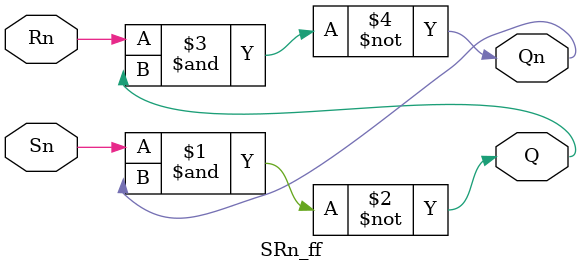
<source format=v>
module SRn_ff(output Q, Qn, input Sn, Rn);
	nand a1(Q,  Sn, Qn),
	     a2(Qn, Rn, Q);
endmodule
</source>
